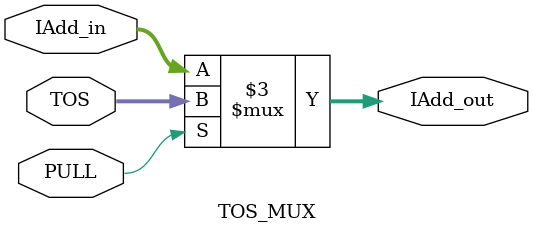
<source format=v>

module TOS_MUX(
    input [15:0] IAdd_in,
    input [15:0] TOS,
    input PULL,
    output reg [15:0] IAdd_out
);

always @(IAdd_in or TOS or PULL) begin
    if(PULL)
        IAdd_out <= TOS;
    else
        IAdd_out <= IAdd_in;
end
endmodule

</source>
